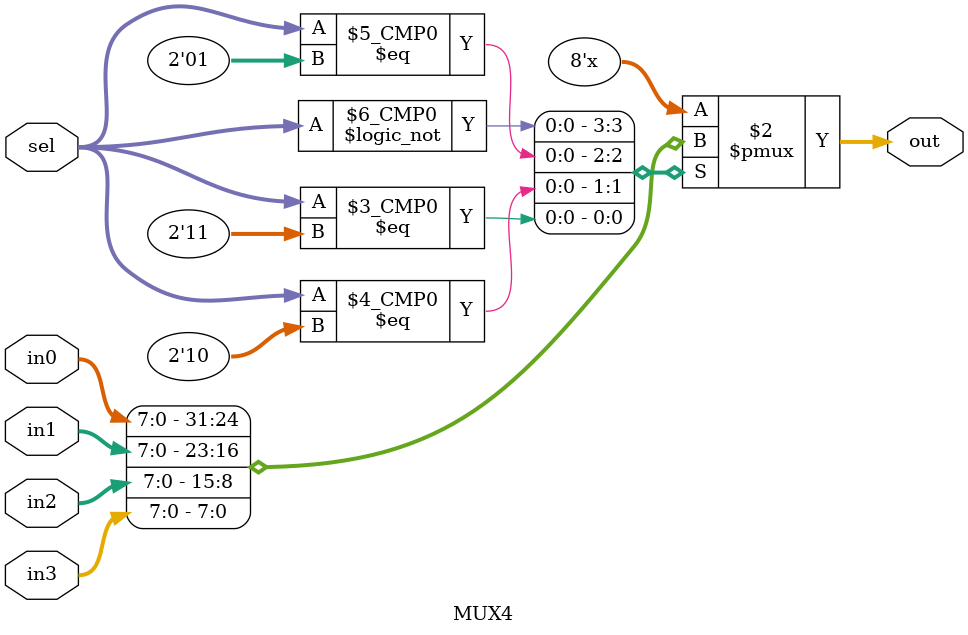
<source format=sv>
`timescale 1ns / 1ps



module MUX4
(
    input logic [7:0]  in0,
    input logic [7:0]  in1,
    input logic [7:0]  in2,
    input logic [7:0]  in3,
    input logic [1:0]  sel,
    output logic [7:0] out
);

always_comb
begin
    case(sel)
    0: out = in0;
    1: out = in1;
    2: out = in2;
    3: out = in3;
    default: out = in0;
    endcase
end
endmodule

</source>
